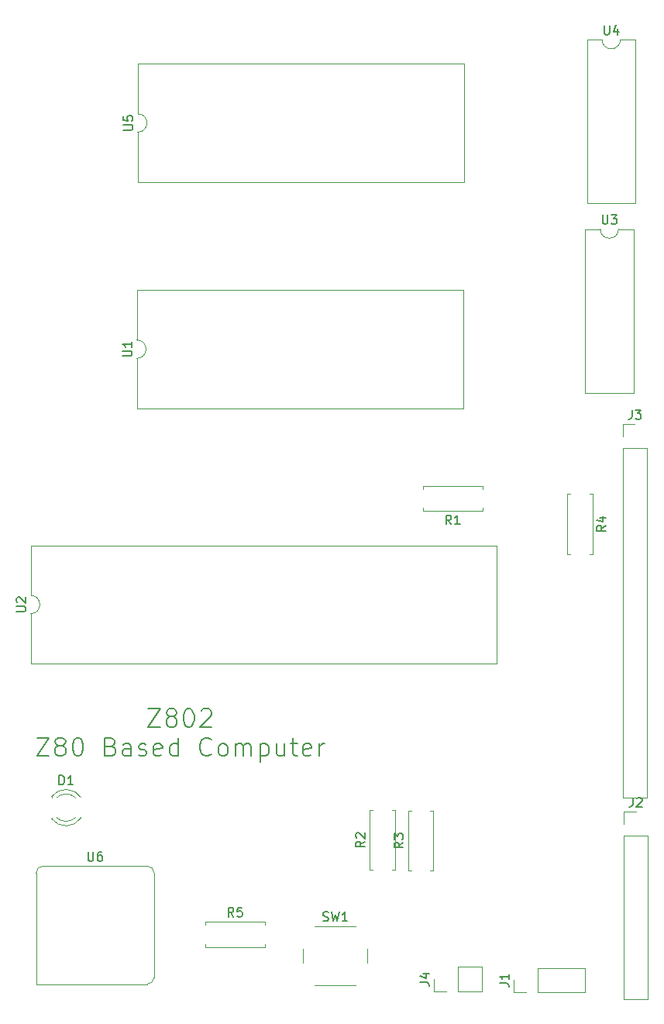
<source format=gbr>
G04 #@! TF.GenerationSoftware,KiCad,Pcbnew,5.1.4*
G04 #@! TF.CreationDate,2019-09-28T19:58:15+01:00*
G04 #@! TF.ProjectId,z802-4,7a383032-2d34-42e6-9b69-6361645f7063,rev?*
G04 #@! TF.SameCoordinates,Original*
G04 #@! TF.FileFunction,Legend,Top*
G04 #@! TF.FilePolarity,Positive*
%FSLAX46Y46*%
G04 Gerber Fmt 4.6, Leading zero omitted, Abs format (unit mm)*
G04 Created by KiCad (PCBNEW 5.1.4) date 2019-09-28 19:58:15*
%MOMM*%
%LPD*%
G04 APERTURE LIST*
%ADD10C,0.150000*%
%ADD11C,0.120000*%
G04 APERTURE END LIST*
D10*
X85376190Y-134743761D02*
X86709523Y-134743761D01*
X85376190Y-136743761D01*
X86709523Y-136743761D01*
X87757142Y-135600904D02*
X87566666Y-135505666D01*
X87471428Y-135410428D01*
X87376190Y-135219952D01*
X87376190Y-135124714D01*
X87471428Y-134934238D01*
X87566666Y-134839000D01*
X87757142Y-134743761D01*
X88138095Y-134743761D01*
X88328571Y-134839000D01*
X88423809Y-134934238D01*
X88519047Y-135124714D01*
X88519047Y-135219952D01*
X88423809Y-135410428D01*
X88328571Y-135505666D01*
X88138095Y-135600904D01*
X87757142Y-135600904D01*
X87566666Y-135696142D01*
X87471428Y-135791380D01*
X87376190Y-135981857D01*
X87376190Y-136362809D01*
X87471428Y-136553285D01*
X87566666Y-136648523D01*
X87757142Y-136743761D01*
X88138095Y-136743761D01*
X88328571Y-136648523D01*
X88423809Y-136553285D01*
X88519047Y-136362809D01*
X88519047Y-135981857D01*
X88423809Y-135791380D01*
X88328571Y-135696142D01*
X88138095Y-135600904D01*
X89757142Y-134743761D02*
X89947619Y-134743761D01*
X90138095Y-134839000D01*
X90233333Y-134934238D01*
X90328571Y-135124714D01*
X90423809Y-135505666D01*
X90423809Y-135981857D01*
X90328571Y-136362809D01*
X90233333Y-136553285D01*
X90138095Y-136648523D01*
X89947619Y-136743761D01*
X89757142Y-136743761D01*
X89566666Y-136648523D01*
X89471428Y-136553285D01*
X89376190Y-136362809D01*
X89280952Y-135981857D01*
X89280952Y-135505666D01*
X89376190Y-135124714D01*
X89471428Y-134934238D01*
X89566666Y-134839000D01*
X89757142Y-134743761D01*
X91185714Y-134934238D02*
X91280952Y-134839000D01*
X91471428Y-134743761D01*
X91947619Y-134743761D01*
X92138095Y-134839000D01*
X92233333Y-134934238D01*
X92328571Y-135124714D01*
X92328571Y-135315190D01*
X92233333Y-135600904D01*
X91090476Y-136743761D01*
X92328571Y-136743761D01*
X73233333Y-137893761D02*
X74566666Y-137893761D01*
X73233333Y-139893761D01*
X74566666Y-139893761D01*
X75614285Y-138750904D02*
X75423809Y-138655666D01*
X75328571Y-138560428D01*
X75233333Y-138369952D01*
X75233333Y-138274714D01*
X75328571Y-138084238D01*
X75423809Y-137989000D01*
X75614285Y-137893761D01*
X75995238Y-137893761D01*
X76185714Y-137989000D01*
X76280952Y-138084238D01*
X76376190Y-138274714D01*
X76376190Y-138369952D01*
X76280952Y-138560428D01*
X76185714Y-138655666D01*
X75995238Y-138750904D01*
X75614285Y-138750904D01*
X75423809Y-138846142D01*
X75328571Y-138941380D01*
X75233333Y-139131857D01*
X75233333Y-139512809D01*
X75328571Y-139703285D01*
X75423809Y-139798523D01*
X75614285Y-139893761D01*
X75995238Y-139893761D01*
X76185714Y-139798523D01*
X76280952Y-139703285D01*
X76376190Y-139512809D01*
X76376190Y-139131857D01*
X76280952Y-138941380D01*
X76185714Y-138846142D01*
X75995238Y-138750904D01*
X77614285Y-137893761D02*
X77804761Y-137893761D01*
X77995238Y-137989000D01*
X78090476Y-138084238D01*
X78185714Y-138274714D01*
X78280952Y-138655666D01*
X78280952Y-139131857D01*
X78185714Y-139512809D01*
X78090476Y-139703285D01*
X77995238Y-139798523D01*
X77804761Y-139893761D01*
X77614285Y-139893761D01*
X77423809Y-139798523D01*
X77328571Y-139703285D01*
X77233333Y-139512809D01*
X77138095Y-139131857D01*
X77138095Y-138655666D01*
X77233333Y-138274714D01*
X77328571Y-138084238D01*
X77423809Y-137989000D01*
X77614285Y-137893761D01*
X81328571Y-138846142D02*
X81614285Y-138941380D01*
X81709523Y-139036619D01*
X81804761Y-139227095D01*
X81804761Y-139512809D01*
X81709523Y-139703285D01*
X81614285Y-139798523D01*
X81423809Y-139893761D01*
X80661904Y-139893761D01*
X80661904Y-137893761D01*
X81328571Y-137893761D01*
X81519047Y-137989000D01*
X81614285Y-138084238D01*
X81709523Y-138274714D01*
X81709523Y-138465190D01*
X81614285Y-138655666D01*
X81519047Y-138750904D01*
X81328571Y-138846142D01*
X80661904Y-138846142D01*
X83519047Y-139893761D02*
X83519047Y-138846142D01*
X83423809Y-138655666D01*
X83233333Y-138560428D01*
X82852380Y-138560428D01*
X82661904Y-138655666D01*
X83519047Y-139798523D02*
X83328571Y-139893761D01*
X82852380Y-139893761D01*
X82661904Y-139798523D01*
X82566666Y-139608047D01*
X82566666Y-139417571D01*
X82661904Y-139227095D01*
X82852380Y-139131857D01*
X83328571Y-139131857D01*
X83519047Y-139036619D01*
X84376190Y-139798523D02*
X84566666Y-139893761D01*
X84947619Y-139893761D01*
X85138095Y-139798523D01*
X85233333Y-139608047D01*
X85233333Y-139512809D01*
X85138095Y-139322333D01*
X84947619Y-139227095D01*
X84661904Y-139227095D01*
X84471428Y-139131857D01*
X84376190Y-138941380D01*
X84376190Y-138846142D01*
X84471428Y-138655666D01*
X84661904Y-138560428D01*
X84947619Y-138560428D01*
X85138095Y-138655666D01*
X86852380Y-139798523D02*
X86661904Y-139893761D01*
X86280952Y-139893761D01*
X86090476Y-139798523D01*
X85995238Y-139608047D01*
X85995238Y-138846142D01*
X86090476Y-138655666D01*
X86280952Y-138560428D01*
X86661904Y-138560428D01*
X86852380Y-138655666D01*
X86947619Y-138846142D01*
X86947619Y-139036619D01*
X85995238Y-139227095D01*
X88661904Y-139893761D02*
X88661904Y-137893761D01*
X88661904Y-139798523D02*
X88471428Y-139893761D01*
X88090476Y-139893761D01*
X87900000Y-139798523D01*
X87804761Y-139703285D01*
X87709523Y-139512809D01*
X87709523Y-138941380D01*
X87804761Y-138750904D01*
X87900000Y-138655666D01*
X88090476Y-138560428D01*
X88471428Y-138560428D01*
X88661904Y-138655666D01*
X92280952Y-139703285D02*
X92185714Y-139798523D01*
X91900000Y-139893761D01*
X91709523Y-139893761D01*
X91423809Y-139798523D01*
X91233333Y-139608047D01*
X91138095Y-139417571D01*
X91042857Y-139036619D01*
X91042857Y-138750904D01*
X91138095Y-138369952D01*
X91233333Y-138179476D01*
X91423809Y-137989000D01*
X91709523Y-137893761D01*
X91900000Y-137893761D01*
X92185714Y-137989000D01*
X92280952Y-138084238D01*
X93423809Y-139893761D02*
X93233333Y-139798523D01*
X93138095Y-139703285D01*
X93042857Y-139512809D01*
X93042857Y-138941380D01*
X93138095Y-138750904D01*
X93233333Y-138655666D01*
X93423809Y-138560428D01*
X93709523Y-138560428D01*
X93900000Y-138655666D01*
X93995238Y-138750904D01*
X94090476Y-138941380D01*
X94090476Y-139512809D01*
X93995238Y-139703285D01*
X93900000Y-139798523D01*
X93709523Y-139893761D01*
X93423809Y-139893761D01*
X94947619Y-139893761D02*
X94947619Y-138560428D01*
X94947619Y-138750904D02*
X95042857Y-138655666D01*
X95233333Y-138560428D01*
X95519047Y-138560428D01*
X95709523Y-138655666D01*
X95804761Y-138846142D01*
X95804761Y-139893761D01*
X95804761Y-138846142D02*
X95900000Y-138655666D01*
X96090476Y-138560428D01*
X96376190Y-138560428D01*
X96566666Y-138655666D01*
X96661904Y-138846142D01*
X96661904Y-139893761D01*
X97614285Y-138560428D02*
X97614285Y-140560428D01*
X97614285Y-138655666D02*
X97804761Y-138560428D01*
X98185714Y-138560428D01*
X98376190Y-138655666D01*
X98471428Y-138750904D01*
X98566666Y-138941380D01*
X98566666Y-139512809D01*
X98471428Y-139703285D01*
X98376190Y-139798523D01*
X98185714Y-139893761D01*
X97804761Y-139893761D01*
X97614285Y-139798523D01*
X100280952Y-138560428D02*
X100280952Y-139893761D01*
X99423809Y-138560428D02*
X99423809Y-139608047D01*
X99519047Y-139798523D01*
X99709523Y-139893761D01*
X99995238Y-139893761D01*
X100185714Y-139798523D01*
X100280952Y-139703285D01*
X100947619Y-138560428D02*
X101709523Y-138560428D01*
X101233333Y-137893761D02*
X101233333Y-139608047D01*
X101328571Y-139798523D01*
X101519047Y-139893761D01*
X101709523Y-139893761D01*
X103138095Y-139798523D02*
X102947619Y-139893761D01*
X102566666Y-139893761D01*
X102376190Y-139798523D01*
X102280952Y-139608047D01*
X102280952Y-138846142D01*
X102376190Y-138655666D01*
X102566666Y-138560428D01*
X102947619Y-138560428D01*
X103138095Y-138655666D01*
X103233333Y-138846142D01*
X103233333Y-139036619D01*
X102280952Y-139227095D01*
X104090476Y-139893761D02*
X104090476Y-138560428D01*
X104090476Y-138941380D02*
X104185714Y-138750904D01*
X104280952Y-138655666D01*
X104471428Y-138560428D01*
X104661904Y-138560428D01*
D11*
X78090335Y-144463392D02*
G75*
G03X74858000Y-144306484I-1672335J-1078608D01*
G01*
X78090335Y-146620608D02*
G75*
G02X74858000Y-146777516I-1672335J1078608D01*
G01*
X77459130Y-144462163D02*
G75*
G03X75377039Y-144462000I-1041130J-1079837D01*
G01*
X77459130Y-146621837D02*
G75*
G02X75377039Y-146622000I-1041130J1079837D01*
G01*
X74858000Y-144306000D02*
X74858000Y-144462000D01*
X74858000Y-146622000D02*
X74858000Y-146778000D01*
X133098000Y-165710000D02*
X133098000Y-163050000D01*
X127958000Y-165710000D02*
X133098000Y-165710000D01*
X127958000Y-163050000D02*
X133098000Y-163050000D01*
X127958000Y-165710000D02*
X127958000Y-163050000D01*
X126688000Y-165710000D02*
X125358000Y-165710000D01*
X125358000Y-165710000D02*
X125358000Y-164380000D01*
X137358000Y-166450000D02*
X140018000Y-166450000D01*
X137358000Y-148610000D02*
X137358000Y-166450000D01*
X140018000Y-148610000D02*
X140018000Y-166450000D01*
X137358000Y-148610000D02*
X140018000Y-148610000D01*
X137358000Y-147340000D02*
X137358000Y-146010000D01*
X137358000Y-146010000D02*
X138688000Y-146010000D01*
X137258000Y-144410000D02*
X139918000Y-144410000D01*
X137258000Y-106250000D02*
X137258000Y-144410000D01*
X139918000Y-106250000D02*
X139918000Y-144410000D01*
X137258000Y-106250000D02*
X139918000Y-106250000D01*
X137258000Y-104980000D02*
X137258000Y-103650000D01*
X137258000Y-103650000D02*
X138588000Y-103650000D01*
X121858000Y-165610000D02*
X121858000Y-162950000D01*
X119258000Y-165610000D02*
X121858000Y-165610000D01*
X119258000Y-162950000D02*
X121858000Y-162950000D01*
X119258000Y-165610000D02*
X119258000Y-162950000D01*
X117988000Y-165610000D02*
X116658000Y-165610000D01*
X116658000Y-165610000D02*
X116658000Y-164280000D01*
X121948000Y-112820000D02*
X121948000Y-113150000D01*
X121948000Y-113150000D02*
X115408000Y-113150000D01*
X115408000Y-113150000D02*
X115408000Y-112820000D01*
X121948000Y-110740000D02*
X121948000Y-110410000D01*
X121948000Y-110410000D02*
X115408000Y-110410000D01*
X115408000Y-110410000D02*
X115408000Y-110740000D01*
X112358000Y-145800000D02*
X112028000Y-145800000D01*
X112358000Y-152340000D02*
X112358000Y-145800000D01*
X112028000Y-152340000D02*
X112358000Y-152340000D01*
X109618000Y-145800000D02*
X109948000Y-145800000D01*
X109618000Y-152340000D02*
X109618000Y-145800000D01*
X109948000Y-152340000D02*
X109618000Y-152340000D01*
X114148000Y-152440000D02*
X113818000Y-152440000D01*
X113818000Y-152440000D02*
X113818000Y-145900000D01*
X113818000Y-145900000D02*
X114148000Y-145900000D01*
X116228000Y-152440000D02*
X116558000Y-152440000D01*
X116558000Y-152440000D02*
X116558000Y-145900000D01*
X116558000Y-145900000D02*
X116228000Y-145900000D01*
X131218000Y-117824000D02*
X131548000Y-117824000D01*
X131218000Y-111284000D02*
X131218000Y-117824000D01*
X131548000Y-111284000D02*
X131218000Y-111284000D01*
X133958000Y-117824000D02*
X133628000Y-117824000D01*
X133958000Y-111284000D02*
X133958000Y-117824000D01*
X133628000Y-111284000D02*
X133958000Y-111284000D01*
X91628000Y-158340000D02*
X91628000Y-158010000D01*
X91628000Y-158010000D02*
X98168000Y-158010000D01*
X98168000Y-158010000D02*
X98168000Y-158340000D01*
X91628000Y-160420000D02*
X91628000Y-160750000D01*
X91628000Y-160750000D02*
X98168000Y-160750000D01*
X98168000Y-160750000D02*
X98168000Y-160420000D01*
X103588000Y-164980000D02*
X108088000Y-164980000D01*
X102338000Y-160980000D02*
X102338000Y-162480000D01*
X108088000Y-158480000D02*
X103588000Y-158480000D01*
X109338000Y-162480000D02*
X109338000Y-160980000D01*
X84158000Y-94460000D02*
G75*
G02X84158000Y-96460000I0J-1000000D01*
G01*
X84158000Y-96460000D02*
X84158000Y-101920000D01*
X84158000Y-101920000D02*
X119838000Y-101920000D01*
X119838000Y-101920000D02*
X119838000Y-89000000D01*
X119838000Y-89000000D02*
X84158000Y-89000000D01*
X84158000Y-89000000D02*
X84158000Y-94460000D01*
X72558000Y-122360000D02*
G75*
G02X72558000Y-124360000I0J-1000000D01*
G01*
X72558000Y-124360000D02*
X72558000Y-129820000D01*
X72558000Y-129820000D02*
X123478000Y-129820000D01*
X123478000Y-129820000D02*
X123478000Y-116900000D01*
X123478000Y-116900000D02*
X72558000Y-116900000D01*
X72558000Y-116900000D02*
X72558000Y-122360000D01*
X136798000Y-82350000D02*
G75*
G02X134798000Y-82350000I-1000000J0D01*
G01*
X134798000Y-82350000D02*
X133148000Y-82350000D01*
X133148000Y-82350000D02*
X133148000Y-100250000D01*
X133148000Y-100250000D02*
X138448000Y-100250000D01*
X138448000Y-100250000D02*
X138448000Y-82350000D01*
X138448000Y-82350000D02*
X136798000Y-82350000D01*
X138648000Y-61650000D02*
X136998000Y-61650000D01*
X138648000Y-79550000D02*
X138648000Y-61650000D01*
X133348000Y-79550000D02*
X138648000Y-79550000D01*
X133348000Y-61650000D02*
X133348000Y-79550000D01*
X134998000Y-61650000D02*
X133348000Y-61650000D01*
X136998000Y-61650000D02*
G75*
G02X134998000Y-61650000I-1000000J0D01*
G01*
X84258000Y-64300000D02*
X84258000Y-69760000D01*
X119938000Y-64300000D02*
X84258000Y-64300000D01*
X119938000Y-77220000D02*
X119938000Y-64300000D01*
X84258000Y-77220000D02*
X119938000Y-77220000D01*
X84258000Y-71760000D02*
X84258000Y-77220000D01*
X84258000Y-69760000D02*
G75*
G02X84258000Y-71760000I0J-1000000D01*
G01*
X73148000Y-152670000D02*
X73148000Y-164820000D01*
X85298000Y-151920000D02*
X73898000Y-151920000D01*
X86048000Y-164070000D02*
X86048000Y-152670000D01*
X73148000Y-164820000D02*
X85298000Y-164820000D01*
X85298000Y-164820000D02*
G75*
G03X86048000Y-164070000I0J750000D01*
G01*
X86048000Y-152670000D02*
G75*
G03X85298000Y-151920000I-750000J0D01*
G01*
X73898000Y-151920000D02*
G75*
G03X73148000Y-152670000I0J-750000D01*
G01*
D10*
X75679904Y-143034380D02*
X75679904Y-142034380D01*
X75918000Y-142034380D01*
X76060857Y-142082000D01*
X76156095Y-142177238D01*
X76203714Y-142272476D01*
X76251333Y-142462952D01*
X76251333Y-142605809D01*
X76203714Y-142796285D01*
X76156095Y-142891523D01*
X76060857Y-142986761D01*
X75918000Y-143034380D01*
X75679904Y-143034380D01*
X77203714Y-143034380D02*
X76632285Y-143034380D01*
X76918000Y-143034380D02*
X76918000Y-142034380D01*
X76822761Y-142177238D01*
X76727523Y-142272476D01*
X76632285Y-142320095D01*
X123810380Y-164713333D02*
X124524666Y-164713333D01*
X124667523Y-164760952D01*
X124762761Y-164856190D01*
X124810380Y-164999047D01*
X124810380Y-165094285D01*
X124810380Y-163713333D02*
X124810380Y-164284761D01*
X124810380Y-163999047D02*
X123810380Y-163999047D01*
X123953238Y-164094285D01*
X124048476Y-164189523D01*
X124096095Y-164284761D01*
X138354666Y-144462380D02*
X138354666Y-145176666D01*
X138307047Y-145319523D01*
X138211809Y-145414761D01*
X138068952Y-145462380D01*
X137973714Y-145462380D01*
X138783238Y-144557619D02*
X138830857Y-144510000D01*
X138926095Y-144462380D01*
X139164190Y-144462380D01*
X139259428Y-144510000D01*
X139307047Y-144557619D01*
X139354666Y-144652857D01*
X139354666Y-144748095D01*
X139307047Y-144890952D01*
X138735619Y-145462380D01*
X139354666Y-145462380D01*
X138254666Y-102102380D02*
X138254666Y-102816666D01*
X138207047Y-102959523D01*
X138111809Y-103054761D01*
X137968952Y-103102380D01*
X137873714Y-103102380D01*
X138635619Y-102102380D02*
X139254666Y-102102380D01*
X138921333Y-102483333D01*
X139064190Y-102483333D01*
X139159428Y-102530952D01*
X139207047Y-102578571D01*
X139254666Y-102673809D01*
X139254666Y-102911904D01*
X139207047Y-103007142D01*
X139159428Y-103054761D01*
X139064190Y-103102380D01*
X138778476Y-103102380D01*
X138683238Y-103054761D01*
X138635619Y-103007142D01*
X115110380Y-164613333D02*
X115824666Y-164613333D01*
X115967523Y-164660952D01*
X116062761Y-164756190D01*
X116110380Y-164899047D01*
X116110380Y-164994285D01*
X115443714Y-163708571D02*
X116110380Y-163708571D01*
X115062761Y-163946666D02*
X115777047Y-164184761D01*
X115777047Y-163565714D01*
X118511333Y-114602380D02*
X118178000Y-114126190D01*
X117939904Y-114602380D02*
X117939904Y-113602380D01*
X118320857Y-113602380D01*
X118416095Y-113650000D01*
X118463714Y-113697619D01*
X118511333Y-113792857D01*
X118511333Y-113935714D01*
X118463714Y-114030952D01*
X118416095Y-114078571D01*
X118320857Y-114126190D01*
X117939904Y-114126190D01*
X119463714Y-114602380D02*
X118892285Y-114602380D01*
X119178000Y-114602380D02*
X119178000Y-113602380D01*
X119082761Y-113745238D01*
X118987523Y-113840476D01*
X118892285Y-113888095D01*
X109070380Y-149236666D02*
X108594190Y-149570000D01*
X109070380Y-149808095D02*
X108070380Y-149808095D01*
X108070380Y-149427142D01*
X108118000Y-149331904D01*
X108165619Y-149284285D01*
X108260857Y-149236666D01*
X108403714Y-149236666D01*
X108498952Y-149284285D01*
X108546571Y-149331904D01*
X108594190Y-149427142D01*
X108594190Y-149808095D01*
X108165619Y-148855714D02*
X108118000Y-148808095D01*
X108070380Y-148712857D01*
X108070380Y-148474761D01*
X108118000Y-148379523D01*
X108165619Y-148331904D01*
X108260857Y-148284285D01*
X108356095Y-148284285D01*
X108498952Y-148331904D01*
X109070380Y-148903333D01*
X109070380Y-148284285D01*
X113270380Y-149336666D02*
X112794190Y-149670000D01*
X113270380Y-149908095D02*
X112270380Y-149908095D01*
X112270380Y-149527142D01*
X112318000Y-149431904D01*
X112365619Y-149384285D01*
X112460857Y-149336666D01*
X112603714Y-149336666D01*
X112698952Y-149384285D01*
X112746571Y-149431904D01*
X112794190Y-149527142D01*
X112794190Y-149908095D01*
X112270380Y-149003333D02*
X112270380Y-148384285D01*
X112651333Y-148717619D01*
X112651333Y-148574761D01*
X112698952Y-148479523D01*
X112746571Y-148431904D01*
X112841809Y-148384285D01*
X113079904Y-148384285D01*
X113175142Y-148431904D01*
X113222761Y-148479523D01*
X113270380Y-148574761D01*
X113270380Y-148860476D01*
X113222761Y-148955714D01*
X113175142Y-149003333D01*
X135410380Y-114720666D02*
X134934190Y-115054000D01*
X135410380Y-115292095D02*
X134410380Y-115292095D01*
X134410380Y-114911142D01*
X134458000Y-114815904D01*
X134505619Y-114768285D01*
X134600857Y-114720666D01*
X134743714Y-114720666D01*
X134838952Y-114768285D01*
X134886571Y-114815904D01*
X134934190Y-114911142D01*
X134934190Y-115292095D01*
X134743714Y-113863523D02*
X135410380Y-113863523D01*
X134362761Y-114101619D02*
X135077047Y-114339714D01*
X135077047Y-113720666D01*
X94731333Y-157462380D02*
X94398000Y-156986190D01*
X94159904Y-157462380D02*
X94159904Y-156462380D01*
X94540857Y-156462380D01*
X94636095Y-156510000D01*
X94683714Y-156557619D01*
X94731333Y-156652857D01*
X94731333Y-156795714D01*
X94683714Y-156890952D01*
X94636095Y-156938571D01*
X94540857Y-156986190D01*
X94159904Y-156986190D01*
X95636095Y-156462380D02*
X95159904Y-156462380D01*
X95112285Y-156938571D01*
X95159904Y-156890952D01*
X95255142Y-156843333D01*
X95493238Y-156843333D01*
X95588476Y-156890952D01*
X95636095Y-156938571D01*
X95683714Y-157033809D01*
X95683714Y-157271904D01*
X95636095Y-157367142D01*
X95588476Y-157414761D01*
X95493238Y-157462380D01*
X95255142Y-157462380D01*
X95159904Y-157414761D01*
X95112285Y-157367142D01*
X104504666Y-157884761D02*
X104647523Y-157932380D01*
X104885619Y-157932380D01*
X104980857Y-157884761D01*
X105028476Y-157837142D01*
X105076095Y-157741904D01*
X105076095Y-157646666D01*
X105028476Y-157551428D01*
X104980857Y-157503809D01*
X104885619Y-157456190D01*
X104695142Y-157408571D01*
X104599904Y-157360952D01*
X104552285Y-157313333D01*
X104504666Y-157218095D01*
X104504666Y-157122857D01*
X104552285Y-157027619D01*
X104599904Y-156980000D01*
X104695142Y-156932380D01*
X104933238Y-156932380D01*
X105076095Y-156980000D01*
X105409428Y-156932380D02*
X105647523Y-157932380D01*
X105838000Y-157218095D01*
X106028476Y-157932380D01*
X106266571Y-156932380D01*
X107171333Y-157932380D02*
X106599904Y-157932380D01*
X106885619Y-157932380D02*
X106885619Y-156932380D01*
X106790380Y-157075238D01*
X106695142Y-157170476D01*
X106599904Y-157218095D01*
X82610380Y-96221904D02*
X83419904Y-96221904D01*
X83515142Y-96174285D01*
X83562761Y-96126666D01*
X83610380Y-96031428D01*
X83610380Y-95840952D01*
X83562761Y-95745714D01*
X83515142Y-95698095D01*
X83419904Y-95650476D01*
X82610380Y-95650476D01*
X83610380Y-94650476D02*
X83610380Y-95221904D01*
X83610380Y-94936190D02*
X82610380Y-94936190D01*
X82753238Y-95031428D01*
X82848476Y-95126666D01*
X82896095Y-95221904D01*
X71010380Y-124121904D02*
X71819904Y-124121904D01*
X71915142Y-124074285D01*
X71962761Y-124026666D01*
X72010380Y-123931428D01*
X72010380Y-123740952D01*
X71962761Y-123645714D01*
X71915142Y-123598095D01*
X71819904Y-123550476D01*
X71010380Y-123550476D01*
X71105619Y-123121904D02*
X71058000Y-123074285D01*
X71010380Y-122979047D01*
X71010380Y-122740952D01*
X71058000Y-122645714D01*
X71105619Y-122598095D01*
X71200857Y-122550476D01*
X71296095Y-122550476D01*
X71438952Y-122598095D01*
X72010380Y-123169523D01*
X72010380Y-122550476D01*
X135036095Y-80802380D02*
X135036095Y-81611904D01*
X135083714Y-81707142D01*
X135131333Y-81754761D01*
X135226571Y-81802380D01*
X135417047Y-81802380D01*
X135512285Y-81754761D01*
X135559904Y-81707142D01*
X135607523Y-81611904D01*
X135607523Y-80802380D01*
X135988476Y-80802380D02*
X136607523Y-80802380D01*
X136274190Y-81183333D01*
X136417047Y-81183333D01*
X136512285Y-81230952D01*
X136559904Y-81278571D01*
X136607523Y-81373809D01*
X136607523Y-81611904D01*
X136559904Y-81707142D01*
X136512285Y-81754761D01*
X136417047Y-81802380D01*
X136131333Y-81802380D01*
X136036095Y-81754761D01*
X135988476Y-81707142D01*
X135236095Y-60102380D02*
X135236095Y-60911904D01*
X135283714Y-61007142D01*
X135331333Y-61054761D01*
X135426571Y-61102380D01*
X135617047Y-61102380D01*
X135712285Y-61054761D01*
X135759904Y-61007142D01*
X135807523Y-60911904D01*
X135807523Y-60102380D01*
X136712285Y-60435714D02*
X136712285Y-61102380D01*
X136474190Y-60054761D02*
X136236095Y-60769047D01*
X136855142Y-60769047D01*
X82710380Y-71521904D02*
X83519904Y-71521904D01*
X83615142Y-71474285D01*
X83662761Y-71426666D01*
X83710380Y-71331428D01*
X83710380Y-71140952D01*
X83662761Y-71045714D01*
X83615142Y-70998095D01*
X83519904Y-70950476D01*
X82710380Y-70950476D01*
X82710380Y-69998095D02*
X82710380Y-70474285D01*
X83186571Y-70521904D01*
X83138952Y-70474285D01*
X83091333Y-70379047D01*
X83091333Y-70140952D01*
X83138952Y-70045714D01*
X83186571Y-69998095D01*
X83281809Y-69950476D01*
X83519904Y-69950476D01*
X83615142Y-69998095D01*
X83662761Y-70045714D01*
X83710380Y-70140952D01*
X83710380Y-70379047D01*
X83662761Y-70474285D01*
X83615142Y-70521904D01*
X78836095Y-150372380D02*
X78836095Y-151181904D01*
X78883714Y-151277142D01*
X78931333Y-151324761D01*
X79026571Y-151372380D01*
X79217047Y-151372380D01*
X79312285Y-151324761D01*
X79359904Y-151277142D01*
X79407523Y-151181904D01*
X79407523Y-150372380D01*
X80312285Y-150372380D02*
X80121809Y-150372380D01*
X80026571Y-150420000D01*
X79978952Y-150467619D01*
X79883714Y-150610476D01*
X79836095Y-150800952D01*
X79836095Y-151181904D01*
X79883714Y-151277142D01*
X79931333Y-151324761D01*
X80026571Y-151372380D01*
X80217047Y-151372380D01*
X80312285Y-151324761D01*
X80359904Y-151277142D01*
X80407523Y-151181904D01*
X80407523Y-150943809D01*
X80359904Y-150848571D01*
X80312285Y-150800952D01*
X80217047Y-150753333D01*
X80026571Y-150753333D01*
X79931333Y-150800952D01*
X79883714Y-150848571D01*
X79836095Y-150943809D01*
M02*

</source>
